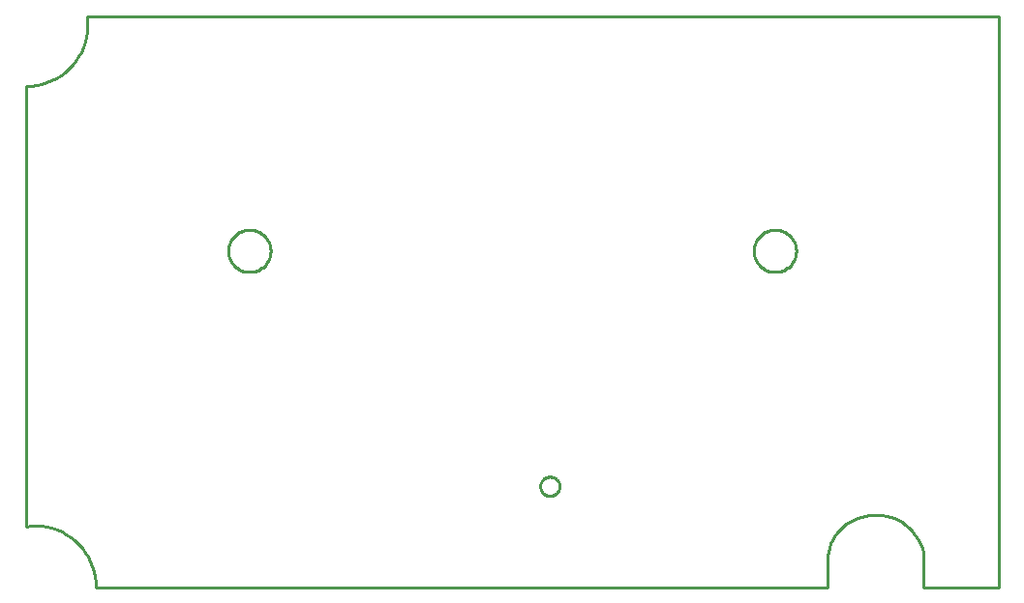
<source format=gbr>
G04 EAGLE Gerber RS-274X export*
G75*
%MOMM*%
%FSLAX34Y34*%
%LPD*%
%IN*%
%IPPOS*%
%AMOC8*
5,1,8,0,0,1.08239X$1,22.5*%
G01*
%ADD10C,0.254000*%


D10*
X0Y53340D02*
X4310Y53817D01*
X8931Y53935D01*
X13545Y53651D01*
X18117Y52965D01*
X22611Y51883D01*
X26995Y50414D01*
X31233Y48569D01*
X35294Y46361D01*
X39148Y43807D01*
X42764Y40927D01*
X46116Y37743D01*
X49177Y34279D01*
X51925Y30562D01*
X54338Y26619D01*
X56399Y22481D01*
X58091Y18178D01*
X59401Y13745D01*
X60321Y9215D01*
X60841Y4621D01*
X60960Y0D01*
X701040Y0D01*
X701040Y27940D01*
X701711Y31293D01*
X702733Y34826D01*
X704060Y38257D01*
X705680Y41559D01*
X707582Y44707D01*
X709751Y47677D01*
X712170Y50447D01*
X714822Y52995D01*
X717686Y55303D01*
X720740Y57352D01*
X723961Y59128D01*
X727325Y60616D01*
X730806Y61805D01*
X734376Y62686D01*
X738010Y63252D01*
X741680Y63500D01*
X745200Y63506D01*
X748885Y63197D01*
X752530Y62569D01*
X756105Y61625D01*
X759585Y60373D01*
X762942Y58823D01*
X766152Y56986D01*
X769189Y54876D01*
X772031Y52510D01*
X774655Y49905D01*
X777043Y47081D01*
X779175Y44060D01*
X781036Y40864D01*
X782612Y37519D01*
X783890Y34048D01*
X784860Y30480D01*
X784860Y0D01*
X850900Y0D01*
X850900Y500380D01*
X53340Y500380D01*
X53817Y496070D01*
X53935Y491449D01*
X53651Y486835D01*
X52965Y482263D01*
X51883Y477769D01*
X50414Y473386D01*
X48569Y469147D01*
X46361Y465086D01*
X43807Y461232D01*
X40927Y457616D01*
X37743Y454264D01*
X34279Y451203D01*
X30562Y448455D01*
X26619Y446042D01*
X22481Y443981D01*
X18178Y442289D01*
X13745Y440979D01*
X9215Y440059D01*
X4621Y439539D01*
X0Y439420D01*
X0Y53340D01*
X214080Y294034D02*
X214001Y292826D01*
X213843Y291625D01*
X213606Y290437D01*
X213293Y289267D01*
X212904Y288120D01*
X212440Y287001D01*
X211904Y285915D01*
X211299Y284866D01*
X210626Y283858D01*
X209888Y282897D01*
X209090Y281987D01*
X208233Y281130D01*
X207323Y280332D01*
X206362Y279594D01*
X205355Y278921D01*
X204306Y278316D01*
X203219Y277780D01*
X202100Y277316D01*
X200953Y276927D01*
X199783Y276614D01*
X198595Y276377D01*
X197394Y276219D01*
X196186Y276140D01*
X194974Y276140D01*
X193766Y276219D01*
X192565Y276377D01*
X191377Y276614D01*
X190207Y276927D01*
X189060Y277316D01*
X187941Y277780D01*
X186855Y278316D01*
X185806Y278921D01*
X184798Y279594D01*
X183837Y280332D01*
X182927Y281130D01*
X182070Y281987D01*
X181272Y282897D01*
X180534Y283858D01*
X179861Y284866D01*
X179256Y285915D01*
X178720Y287001D01*
X178256Y288120D01*
X177867Y289267D01*
X177554Y290437D01*
X177317Y291625D01*
X177159Y292826D01*
X177080Y294034D01*
X177080Y295246D01*
X177159Y296454D01*
X177317Y297655D01*
X177554Y298843D01*
X177867Y300013D01*
X178256Y301160D01*
X178720Y302279D01*
X179256Y303366D01*
X179861Y304415D01*
X180534Y305422D01*
X181272Y306383D01*
X182070Y307293D01*
X182927Y308150D01*
X183837Y308948D01*
X184798Y309686D01*
X185806Y310359D01*
X186855Y310964D01*
X187941Y311500D01*
X189060Y311964D01*
X190207Y312353D01*
X191377Y312666D01*
X192565Y312903D01*
X193766Y313061D01*
X194974Y313140D01*
X196186Y313140D01*
X197394Y313061D01*
X198595Y312903D01*
X199783Y312666D01*
X200953Y312353D01*
X202100Y311964D01*
X203219Y311500D01*
X204306Y310964D01*
X205355Y310359D01*
X206362Y309686D01*
X207323Y308948D01*
X208233Y308150D01*
X209090Y307293D01*
X209888Y306383D01*
X210626Y305422D01*
X211299Y304415D01*
X211904Y303366D01*
X212440Y302279D01*
X212904Y301160D01*
X213293Y300013D01*
X213606Y298843D01*
X213843Y297655D01*
X214001Y296454D01*
X214080Y295246D01*
X214080Y294034D01*
X673820Y294034D02*
X673741Y292826D01*
X673583Y291625D01*
X673346Y290437D01*
X673033Y289267D01*
X672644Y288120D01*
X672180Y287001D01*
X671644Y285915D01*
X671039Y284866D01*
X670366Y283858D01*
X669628Y282897D01*
X668830Y281987D01*
X667973Y281130D01*
X667063Y280332D01*
X666102Y279594D01*
X665095Y278921D01*
X664046Y278316D01*
X662959Y277780D01*
X661840Y277316D01*
X660693Y276927D01*
X659523Y276614D01*
X658335Y276377D01*
X657134Y276219D01*
X655926Y276140D01*
X654714Y276140D01*
X653506Y276219D01*
X652305Y276377D01*
X651117Y276614D01*
X649947Y276927D01*
X648800Y277316D01*
X647681Y277780D01*
X646595Y278316D01*
X645546Y278921D01*
X644538Y279594D01*
X643577Y280332D01*
X642667Y281130D01*
X641810Y281987D01*
X641012Y282897D01*
X640274Y283858D01*
X639601Y284866D01*
X638996Y285915D01*
X638460Y287001D01*
X637996Y288120D01*
X637607Y289267D01*
X637294Y290437D01*
X637057Y291625D01*
X636899Y292826D01*
X636820Y294034D01*
X636820Y295246D01*
X636899Y296454D01*
X637057Y297655D01*
X637294Y298843D01*
X637607Y300013D01*
X637996Y301160D01*
X638460Y302279D01*
X638996Y303366D01*
X639601Y304415D01*
X640274Y305422D01*
X641012Y306383D01*
X641810Y307293D01*
X642667Y308150D01*
X643577Y308948D01*
X644538Y309686D01*
X645546Y310359D01*
X646595Y310964D01*
X647681Y311500D01*
X648800Y311964D01*
X649947Y312353D01*
X651117Y312666D01*
X652305Y312903D01*
X653506Y313061D01*
X654714Y313140D01*
X655926Y313140D01*
X657134Y313061D01*
X658335Y312903D01*
X659523Y312666D01*
X660693Y312353D01*
X661840Y311964D01*
X662959Y311500D01*
X664046Y310964D01*
X665095Y310359D01*
X666102Y309686D01*
X667063Y308948D01*
X667973Y308150D01*
X668830Y307293D01*
X669628Y306383D01*
X670366Y305422D01*
X671039Y304415D01*
X671644Y303366D01*
X672180Y302279D01*
X672644Y301160D01*
X673033Y300013D01*
X673346Y298843D01*
X673583Y297655D01*
X673741Y296454D01*
X673820Y295246D01*
X673820Y294034D01*
X458787Y96780D02*
X459517Y96716D01*
X460240Y96589D01*
X460948Y96399D01*
X461638Y96148D01*
X462302Y95838D01*
X462938Y95471D01*
X463538Y95051D01*
X464100Y94579D01*
X464619Y94060D01*
X465091Y93498D01*
X465511Y92898D01*
X465878Y92262D01*
X466188Y91598D01*
X466439Y90908D01*
X466629Y90200D01*
X466756Y89477D01*
X466820Y88747D01*
X466820Y88013D01*
X466756Y87283D01*
X466629Y86560D01*
X466439Y85852D01*
X466188Y85162D01*
X465878Y84498D01*
X465511Y83862D01*
X465091Y83262D01*
X464619Y82700D01*
X464100Y82181D01*
X463538Y81709D01*
X462938Y81289D01*
X462302Y80922D01*
X461638Y80612D01*
X460948Y80361D01*
X460240Y80171D01*
X459517Y80044D01*
X458787Y79980D01*
X458053Y79980D01*
X457323Y80044D01*
X456600Y80171D01*
X455892Y80361D01*
X455202Y80612D01*
X454538Y80922D01*
X453902Y81289D01*
X453302Y81709D01*
X452740Y82181D01*
X452221Y82700D01*
X451749Y83262D01*
X451329Y83862D01*
X450962Y84498D01*
X450652Y85162D01*
X450401Y85852D01*
X450211Y86560D01*
X450084Y87283D01*
X450020Y88013D01*
X450020Y88747D01*
X450084Y89477D01*
X450211Y90200D01*
X450401Y90908D01*
X450652Y91598D01*
X450962Y92262D01*
X451329Y92898D01*
X451749Y93498D01*
X452221Y94060D01*
X452740Y94579D01*
X453302Y95051D01*
X453902Y95471D01*
X454538Y95838D01*
X455202Y96148D01*
X455892Y96399D01*
X456600Y96589D01*
X457323Y96716D01*
X458053Y96780D01*
X458787Y96780D01*
X458787Y96780D02*
X459517Y96716D01*
X460240Y96589D01*
X460948Y96399D01*
X461638Y96148D01*
X462302Y95838D01*
X462938Y95471D01*
X463538Y95051D01*
X464100Y94579D01*
X464619Y94060D01*
X465091Y93498D01*
X465511Y92898D01*
X465878Y92262D01*
X466188Y91598D01*
X466439Y90908D01*
X466629Y90200D01*
X466756Y89477D01*
X466820Y88747D01*
X466820Y88013D01*
X466756Y87283D01*
X466629Y86560D01*
X466439Y85852D01*
X466188Y85162D01*
X465878Y84498D01*
X465511Y83862D01*
X465091Y83262D01*
X464619Y82700D01*
X464100Y82181D01*
X463538Y81709D01*
X462938Y81289D01*
X462302Y80922D01*
X461638Y80612D01*
X460948Y80361D01*
X460240Y80171D01*
X459517Y80044D01*
X458787Y79980D01*
X458053Y79980D01*
X457323Y80044D01*
X456600Y80171D01*
X455892Y80361D01*
X455202Y80612D01*
X454538Y80922D01*
X453902Y81289D01*
X453302Y81709D01*
X452740Y82181D01*
X452221Y82700D01*
X451749Y83262D01*
X451329Y83862D01*
X450962Y84498D01*
X450652Y85162D01*
X450401Y85852D01*
X450211Y86560D01*
X450084Y87283D01*
X450020Y88013D01*
X450020Y88747D01*
X450084Y89477D01*
X450211Y90200D01*
X450401Y90908D01*
X450652Y91598D01*
X450962Y92262D01*
X451329Y92898D01*
X451749Y93498D01*
X452221Y94060D01*
X452740Y94579D01*
X453302Y95051D01*
X453902Y95471D01*
X454538Y95838D01*
X455202Y96148D01*
X455892Y96399D01*
X456600Y96589D01*
X457323Y96716D01*
X458053Y96780D01*
X458787Y96780D01*
M02*

</source>
